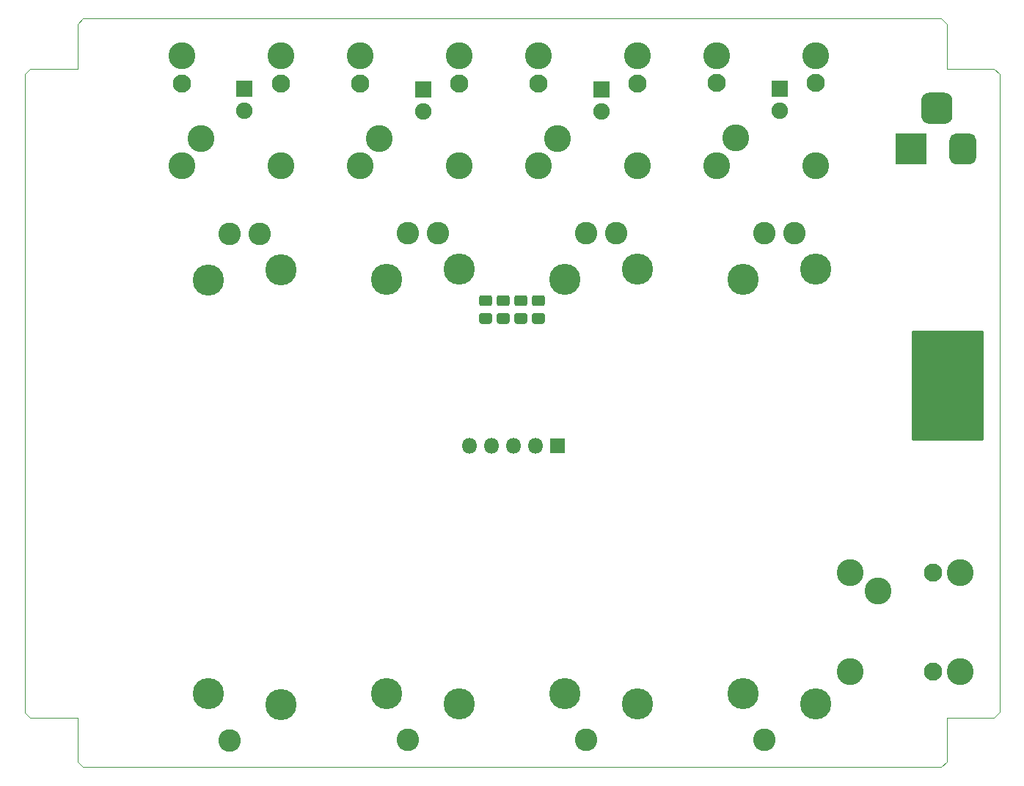
<source format=gbr>
%TF.GenerationSoftware,KiCad,Pcbnew,(5.1.6-0-10_14)*%
%TF.CreationDate,2020-09-25T10:57:10+01:00*%
%TF.ProjectId,DigitalSplitterPedal,44696769-7461-46c5-9370-6c6974746572,rev?*%
%TF.SameCoordinates,Original*%
%TF.FileFunction,Soldermask,Bot*%
%TF.FilePolarity,Negative*%
%FSLAX46Y46*%
G04 Gerber Fmt 4.6, Leading zero omitted, Abs format (unit mm)*
G04 Created by KiCad (PCBNEW (5.1.6-0-10_14)) date 2020-09-25 10:57:10*
%MOMM*%
%LPD*%
G01*
G04 APERTURE LIST*
%TA.AperFunction,Profile*%
%ADD10C,0.050000*%
%TD*%
%ADD11C,2.600000*%
%ADD12C,3.600000*%
%ADD13O,1.800000X1.800000*%
%ADD14R,1.800000X1.800000*%
%ADD15C,1.900000*%
%ADD16R,1.900000X1.900000*%
%ADD17C,3.100000*%
%ADD18C,2.100000*%
%ADD19R,3.600000X3.600000*%
%ADD20C,0.254000*%
G04 APERTURE END LIST*
D10*
X186309000Y-130429000D02*
X185674000Y-131064000D01*
X186309000Y-125349000D02*
X186309000Y-130429000D01*
X191770000Y-125349000D02*
X186309000Y-125349000D01*
X192405000Y-124714000D02*
X191770000Y-125349000D01*
X192405000Y-51054000D02*
X192405000Y-124714000D01*
X191770000Y-50419000D02*
X192405000Y-51054000D01*
X186309000Y-50419000D02*
X191770000Y-50419000D01*
X186309000Y-45275500D02*
X186309000Y-50419000D01*
X185674000Y-44640500D02*
X186309000Y-45275500D01*
X86614000Y-44640500D02*
X185674000Y-44640500D01*
X85979000Y-45275500D02*
X86614000Y-44640500D01*
X85979000Y-50419000D02*
X85979000Y-45275500D01*
X80518000Y-50419000D02*
X85979000Y-50419000D01*
X79883000Y-51054000D02*
X80518000Y-50419000D01*
X79883000Y-124777500D02*
X79883000Y-51054000D01*
X80518000Y-125412500D02*
X79883000Y-124777500D01*
X85979000Y-125412500D02*
X80518000Y-125412500D01*
X85979000Y-130429000D02*
X85979000Y-125412500D01*
X86614000Y-131064000D02*
X85979000Y-130429000D01*
X185674000Y-131064000D02*
X86614000Y-131064000D01*
D11*
%TO.C,RV2*%
X124104400Y-69443600D03*
X127609600Y-69443600D03*
X124104400Y-127939800D03*
D12*
X121666000Y-74777600D03*
X130022600Y-73583800D03*
X121666000Y-122580400D03*
X130048000Y-123799600D03*
%TD*%
%TO.C,C30*%
G36*
G01*
X139670262Y-77832000D02*
X138713738Y-77832000D01*
G75*
G02*
X138442000Y-77560262I0J271738D01*
G01*
X138442000Y-76853738D01*
G75*
G02*
X138713738Y-76582000I271738J0D01*
G01*
X139670262Y-76582000D01*
G75*
G02*
X139942000Y-76853738I0J-271738D01*
G01*
X139942000Y-77560262D01*
G75*
G02*
X139670262Y-77832000I-271738J0D01*
G01*
G37*
G36*
G01*
X139670262Y-79882000D02*
X138713738Y-79882000D01*
G75*
G02*
X138442000Y-79610262I0J271738D01*
G01*
X138442000Y-78903738D01*
G75*
G02*
X138713738Y-78632000I271738J0D01*
G01*
X139670262Y-78632000D01*
G75*
G02*
X139942000Y-78903738I0J-271738D01*
G01*
X139942000Y-79610262D01*
G75*
G02*
X139670262Y-79882000I-271738J0D01*
G01*
G37*
%TD*%
D13*
%TO.C,J7*%
X131191000Y-93980000D03*
X133731000Y-93980000D03*
X136271000Y-93980000D03*
X138811000Y-93980000D03*
D14*
X141351000Y-93980000D03*
%TD*%
D15*
%TO.C,D14*%
X167005000Y-55245000D03*
D16*
X167005000Y-52705000D03*
%TD*%
D15*
%TO.C,D10*%
X146431000Y-55372000D03*
D16*
X146431000Y-52832000D03*
%TD*%
D15*
%TO.C,D2*%
X125857000Y-55372000D03*
D16*
X125857000Y-52832000D03*
%TD*%
D15*
%TO.C,D1*%
X105219500Y-55245000D03*
D16*
X105219500Y-52705000D03*
%TD*%
%TO.C,C31*%
G36*
G01*
X137638262Y-77832000D02*
X136681738Y-77832000D01*
G75*
G02*
X136410000Y-77560262I0J271738D01*
G01*
X136410000Y-76853738D01*
G75*
G02*
X136681738Y-76582000I271738J0D01*
G01*
X137638262Y-76582000D01*
G75*
G02*
X137910000Y-76853738I0J-271738D01*
G01*
X137910000Y-77560262D01*
G75*
G02*
X137638262Y-77832000I-271738J0D01*
G01*
G37*
G36*
G01*
X137638262Y-79882000D02*
X136681738Y-79882000D01*
G75*
G02*
X136410000Y-79610262I0J271738D01*
G01*
X136410000Y-78903738D01*
G75*
G02*
X136681738Y-78632000I271738J0D01*
G01*
X137638262Y-78632000D01*
G75*
G02*
X137910000Y-78903738I0J-271738D01*
G01*
X137910000Y-79610262D01*
G75*
G02*
X137638262Y-79882000I-271738J0D01*
G01*
G37*
%TD*%
%TO.C,C29*%
G36*
G01*
X135606262Y-77832000D02*
X134649738Y-77832000D01*
G75*
G02*
X134378000Y-77560262I0J271738D01*
G01*
X134378000Y-76853738D01*
G75*
G02*
X134649738Y-76582000I271738J0D01*
G01*
X135606262Y-76582000D01*
G75*
G02*
X135878000Y-76853738I0J-271738D01*
G01*
X135878000Y-77560262D01*
G75*
G02*
X135606262Y-77832000I-271738J0D01*
G01*
G37*
G36*
G01*
X135606262Y-79882000D02*
X134649738Y-79882000D01*
G75*
G02*
X134378000Y-79610262I0J271738D01*
G01*
X134378000Y-78903738D01*
G75*
G02*
X134649738Y-78632000I271738J0D01*
G01*
X135606262Y-78632000D01*
G75*
G02*
X135878000Y-78903738I0J-271738D01*
G01*
X135878000Y-79610262D01*
G75*
G02*
X135606262Y-79882000I-271738J0D01*
G01*
G37*
%TD*%
%TO.C,C22*%
G36*
G01*
X133574262Y-77832000D02*
X132617738Y-77832000D01*
G75*
G02*
X132346000Y-77560262I0J271738D01*
G01*
X132346000Y-76853738D01*
G75*
G02*
X132617738Y-76582000I271738J0D01*
G01*
X133574262Y-76582000D01*
G75*
G02*
X133846000Y-76853738I0J-271738D01*
G01*
X133846000Y-77560262D01*
G75*
G02*
X133574262Y-77832000I-271738J0D01*
G01*
G37*
G36*
G01*
X133574262Y-79882000D02*
X132617738Y-79882000D01*
G75*
G02*
X132346000Y-79610262I0J271738D01*
G01*
X132346000Y-78903738D01*
G75*
G02*
X132617738Y-78632000I271738J0D01*
G01*
X133574262Y-78632000D01*
G75*
G02*
X133846000Y-78903738I0J-271738D01*
G01*
X133846000Y-79610262D01*
G75*
G02*
X133574262Y-79882000I-271738J0D01*
G01*
G37*
%TD*%
D11*
%TO.C,RV3*%
X144678400Y-69443600D03*
X148183600Y-69443600D03*
X144678400Y-127939800D03*
D12*
X142240000Y-74777600D03*
X150596600Y-73583800D03*
X142240000Y-122580400D03*
X150622000Y-123799600D03*
%TD*%
D11*
%TO.C,RV1*%
X103530400Y-69469000D03*
X107035600Y-69469000D03*
X103530400Y-127965200D03*
D12*
X101092000Y-74803000D03*
X109448600Y-73609200D03*
X101092000Y-122605800D03*
X109474000Y-123825000D03*
%TD*%
D11*
%TO.C,RV4*%
X165252400Y-69443600D03*
X168757600Y-69443600D03*
X165252400Y-127939800D03*
D12*
X162814000Y-74777600D03*
X171170600Y-73583800D03*
X162814000Y-122580400D03*
X171196000Y-123799600D03*
%TD*%
D17*
%TO.C,J6*%
X159766000Y-61595000D03*
X171196000Y-61595000D03*
X171196000Y-48895000D03*
X159766000Y-48895000D03*
X161925000Y-58420000D03*
D18*
X159766000Y-52070000D03*
X171196000Y-52070000D03*
%TD*%
D17*
%TO.C,J5*%
X139192000Y-61658500D03*
X150622000Y-61658500D03*
X150622000Y-48958500D03*
X139192000Y-48958500D03*
X141351000Y-58483500D03*
D18*
X139192000Y-52133500D03*
X150622000Y-52133500D03*
%TD*%
D17*
%TO.C,J4*%
X118618000Y-61658500D03*
X130048000Y-61658500D03*
X130048000Y-48958500D03*
X118618000Y-48958500D03*
X120777000Y-58483500D03*
D18*
X118618000Y-52133500D03*
X130048000Y-52133500D03*
%TD*%
D17*
%TO.C,J3*%
X98044000Y-61658500D03*
X109474000Y-61658500D03*
X109474000Y-48958500D03*
X98044000Y-48958500D03*
X100203000Y-58483500D03*
D18*
X98044000Y-52133500D03*
X109474000Y-52133500D03*
%TD*%
D17*
%TO.C,J1*%
X175196500Y-108585000D03*
X175196500Y-120015000D03*
X187896500Y-120015000D03*
X187896500Y-108585000D03*
X178371500Y-110744000D03*
D18*
X184721500Y-108585000D03*
X184721500Y-120015000D03*
%TD*%
%TO.C,J2*%
G36*
G01*
X186981500Y-54090000D02*
X186981500Y-55890000D01*
G75*
G02*
X186081500Y-56790000I-900000J0D01*
G01*
X184281500Y-56790000D01*
G75*
G02*
X183381500Y-55890000I0J900000D01*
G01*
X183381500Y-54090000D01*
G75*
G02*
X184281500Y-53190000I900000J0D01*
G01*
X186081500Y-53190000D01*
G75*
G02*
X186981500Y-54090000I0J-900000D01*
G01*
G37*
G36*
G01*
X189731500Y-58665000D02*
X189731500Y-60715000D01*
G75*
G02*
X188956500Y-61490000I-775000J0D01*
G01*
X187406500Y-61490000D01*
G75*
G02*
X186631500Y-60715000I0J775000D01*
G01*
X186631500Y-58665000D01*
G75*
G02*
X187406500Y-57890000I775000J0D01*
G01*
X188956500Y-57890000D01*
G75*
G02*
X189731500Y-58665000I0J-775000D01*
G01*
G37*
D19*
X182181500Y-59690000D03*
%TD*%
D20*
G36*
X190373000Y-93218000D02*
G01*
X182372000Y-93218000D01*
X182372000Y-80772000D01*
X190373000Y-80772000D01*
X190373000Y-93218000D01*
G37*
X190373000Y-93218000D02*
X182372000Y-93218000D01*
X182372000Y-80772000D01*
X190373000Y-80772000D01*
X190373000Y-93218000D01*
M02*

</source>
